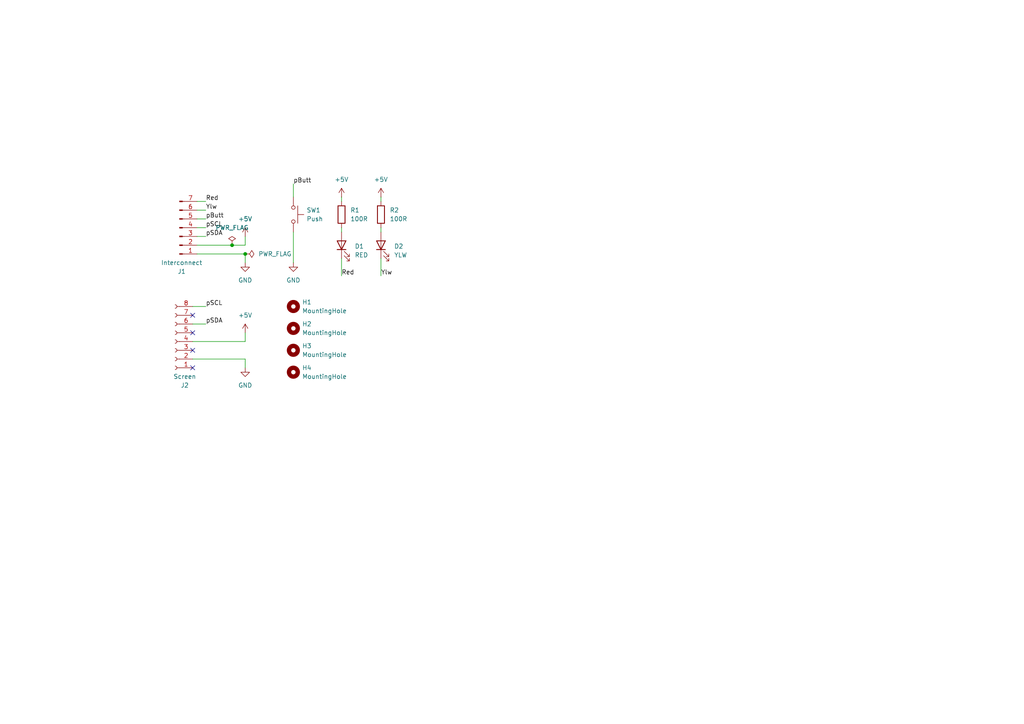
<source format=kicad_sch>
(kicad_sch (version 20250114) (generator "eeschema") (generator_version "9.0")
  (paper "A4")
  (lib_symbols
    (symbol "Connector:Conn_01x07_Pin" (pin_names (offset 1.016) (hide yes))
      (property "Reference" "J" (at 0 10.16 0))
      (property "Value" "Conn_01x07_Pin" (at 0 -10.16 0))
      (symbol "Conn_01x07_Pin_1_1"
        (rectangle (start 0.8636 7.747) (end 0 7.493) (stroke (width 0.1524)) (fill (type outline)))
        (rectangle (start 0.8636 5.207) (end 0 4.953) (stroke (width 0.1524)) (fill (type outline)))
        (rectangle (start 0.8636 2.667) (end 0 2.413) (stroke (width 0.1524)) (fill (type outline)))
        (rectangle (start 0.8636 0.127) (end 0 -0.127) (stroke (width 0.1524)) (fill (type outline)))
        (rectangle (start 0.8636 -2.413) (end 0 -2.667) (stroke (width 0.1524)) (fill (type outline)))
        (rectangle (start 0.8636 -4.953) (end 0 -5.207) (stroke (width 0.1524)) (fill (type outline)))
        (rectangle (start 0.8636 -7.493) (end 0 -7.747) (stroke (width 0.1524)) (fill (type outline)))
        (polyline (pts (xy 1.27 7.62) (xy 0.8636 7.62)) (stroke (width 0.1524)))
        (polyline (pts (xy 1.27 5.08) (xy 0.8636 5.08)) (stroke (width 0.1524)))
        (polyline (pts (xy 1.27 2.54) (xy 0.8636 2.54)) (stroke (width 0.1524)))
        (polyline (pts (xy 1.27 0) (xy 0.8636 0)) (stroke (width 0.1524)))
        (polyline (pts (xy 1.27 -2.54) (xy 0.8636 -2.54)) (stroke (width 0.1524)))
        (polyline (pts (xy 1.27 -5.08) (xy 0.8636 -5.08)) (stroke (width 0.1524)))
        (polyline (pts (xy 1.27 -7.62) (xy 0.8636 -7.62)) (stroke (width 0.1524)))
        (pin passive line (at 5.08 7.62 180) (length 3.81) (name "Pin_1") (number "1"))
        (pin passive line (at 5.08 5.08 180) (length 3.81) (name "Pin_2") (number "2"))
        (pin passive line (at 5.08 2.54 180) (length 3.81) (name "Pin_3") (number "3"))
        (pin passive line (at 5.08 0 180) (length 3.81) (name "Pin_4") (number "4"))
        (pin passive line (at 5.08 -2.54 180) (length 3.81) (name "Pin_5") (number "5"))
        (pin passive line (at 5.08 -5.08 180) (length 3.81) (name "Pin_6") (number "6"))
        (pin passive line (at 5.08 -7.62 180) (length 3.81) (name "Pin_7") (number "7"))
      )
    )
    (symbol "Connector:Conn_01x08_Socket" (pin_names (offset 1.016) (hide yes))
      (property "Reference" "J" (at 0 10.16 0))
      (property "Value" "Conn_01x08_Socket" (at 0 -12.7 0))
      (symbol "Conn_01x08_Socket_1_1"
        (polyline (pts (xy -1.27 7.62) (xy -0.508 7.62)) (stroke (width 0.1524)))
        (polyline (pts (xy -1.27 5.08) (xy -0.508 5.08)) (stroke (width 0.1524)))
        (polyline (pts (xy -1.27 2.54) (xy -0.508 2.54)) (stroke (width 0.1524)))
        (polyline (pts (xy -1.27 0) (xy -0.508 0)) (stroke (width 0.1524)))
        (polyline (pts (xy -1.27 -2.54) (xy -0.508 -2.54)) (stroke (width 0.1524)))
        (polyline (pts (xy -1.27 -5.08) (xy -0.508 -5.08)) (stroke (width 0.1524)))
        (polyline (pts (xy -1.27 -7.62) (xy -0.508 -7.62)) (stroke (width 0.1524)))
        (polyline (pts (xy -1.27 -10.16) (xy -0.508 -10.16)) (stroke (width 0.1524)))
        (arc (start 0 7.112) (mid -0.5058 7.62) (end 0 8.128) (stroke (width 0.1524)))
        (arc (start 0 4.572) (mid -0.5058 5.08) (end 0 5.588) (stroke (width 0.1524)))
        (arc (start 0 2.032) (mid -0.5058 2.54) (end 0 3.048) (stroke (width 0.1524)))
        (arc (start 0 -0.508) (mid -0.5058 0) (end 0 0.508) (stroke (width 0.1524)))
        (arc (start 0 -3.048) (mid -0.5058 -2.54) (end 0 -2.032) (stroke (width 0.1524)))
        (arc (start 0 -5.588) (mid -0.5058 -5.08) (end 0 -4.572) (stroke (width 0.1524)))
        (arc (start 0 -8.128) (mid -0.5058 -7.62) (end 0 -7.112) (stroke (width 0.1524)))
        (arc (start 0 -10.668) (mid -0.5058 -10.16) (end 0 -9.652) (stroke (width 0.1524)))
        (pin passive line (at -5.08 7.62 0) (length 3.81) (name "Pin_1") (number "1"))
        (pin passive line (at -5.08 5.08 0) (length 3.81) (name "Pin_2") (number "2"))
        (pin passive line (at -5.08 2.54 0) (length 3.81) (name "Pin_3") (number "3"))
        (pin passive line (at -5.08 0 0) (length 3.81) (name "Pin_4") (number "4"))
        (pin passive line (at -5.08 -2.54 0) (length 3.81) (name "Pin_5") (number "5"))
        (pin passive line (at -5.08 -5.08 0) (length 3.81) (name "Pin_6") (number "6"))
        (pin passive line (at -5.08 -7.62 0) (length 3.81) (name "Pin_7") (number "7"))
        (pin passive line (at -5.08 -10.16 0) (length 3.81) (name "Pin_8") (number "8"))
      )
    )
    (symbol "Device:R" (pin_numbers (hide yes)) (pin_names (offset 0))
      (property "Reference" "R" (at 2.032 0 90))
      (property "Value" "R" (at 0 0 90))
      (symbol "R_0_1"
        (rectangle (start -1.016 -2.54) (end 1.016 2.54) (stroke (width 0.254)))
      )
      (symbol "R_1_1"
        (pin passive line (at 0 3.81 270) (length 1.27) (name "~") (number "1"))
        (pin passive line (at 0 -3.81 90) (length 1.27) (name "~") (number "2"))
      )
    )
    (symbol "Mechanical:MountingHole" (pin_names (offset 1.016)) (in_bom no)
      (property "Reference" "H" (at 0 5.08 0))
      (property "Value" "MountingHole" (at 0 3.175 0))
      (symbol "MountingHole_0_1"
        (circle (center 0 0) (radius 1.27) (stroke (width 1.27)))
      )
    )
    (symbol "SparkFun-LED:LED" (pin_numbers (hide yes)) (pin_names (offset 1.016) (hide yes))
      (property "Reference" "D" (at 0 2.54 0))
      (property "Value" "LED" (at 0 -2.54 0))
      (symbol "LED_0_1"
        (polyline (pts (xy -3.048 -0.762) (xy -4.572 -2.286) (xy -3.81 -2.286) (xy -4.572 -2.286) (xy -4.572 -1.524)))
        (polyline (pts (xy -1.778 -0.762) (xy -3.302 -2.286) (xy -2.54 -2.286) (xy -3.302 -2.286) (xy -3.302 -1.524)))
        (polyline (pts (xy -1.27 0) (xy 1.27 0)))
        (polyline (pts (xy -1.27 -1.27) (xy -1.27 1.27)) (stroke (width 0.254)))
        (polyline (pts (xy 1.27 -1.27) (xy 1.27 1.27) (xy -1.27 0) (xy 1.27 -1.27)) (stroke (width 0.254)))
      )
      (symbol "LED_1_1"
        (pin passive line (at -3.81 0 0) (length 2.54) (name "K") (number "1"))
        (pin passive line (at 3.81 0 180) (length 2.54) (name "A") (number "2"))
      )
    )
    (symbol "Switch:SW_Push" (pin_numbers (hide yes)) (pin_names (offset 1.016) (hide yes))
      (property "Reference" "SW" (at 1.27 2.54 0))
      (property "Value" "SW_Push" (at 0 -1.524 0))
      (symbol "SW_Push_0_1"
        (circle (center -2.032 0) (radius 0.508))
        (polyline (pts (xy 0 1.27) (xy 0 3.048)))
        (circle (center 2.032 0) (radius 0.508))
        (polyline (pts (xy 2.54 1.27) (xy -2.54 1.27)))
        (pin passive line (at -5.08 0 0) (length 2.54) (name "1") (number "1"))
        (pin passive line (at 5.08 0 180) (length 2.54) (name "2") (number "2"))
      )
    )
    (symbol "power:+5V" (power) (pin_numbers (hide yes)) (pin_names (offset 0) (hide yes))
      (property "Value" "+5V" (at 0 3.556 0))
      (symbol "+5V_0_1"
        (polyline (pts (xy -0.762 1.27) (xy 0 2.54)))
        (polyline (pts (xy 0 2.54) (xy 0.762 1.27)))
        (polyline (pts (xy 0 0) (xy 0 2.54)))
      )
      (symbol "+5V_1_1"
        (pin power_in line (at 0 0 90) (length 0) (name "~") (number "1"))
      )
    )
    (symbol "power:GND" (power) (pin_numbers (hide yes)) (pin_names (offset 0) (hide yes))
      (property "Value" "GND" (at 0 -3.81 0))
      (symbol "GND_0_1"
        (polyline (pts (xy 0 0) (xy 0 -1.27) (xy 1.27 -1.27) (xy 0 -2.54) (xy -1.27 -1.27) (xy 0 -1.27)))
      )
      (symbol "GND_1_1"
        (pin power_in line (at 0 0 270) (length 0) (name "~") (number "1"))
      )
    )
    (symbol "power:PWR_FLAG" (power) (pin_numbers (hide yes)) (pin_names (offset 0) (hide yes))
      (property "Value" "PWR_FLAG" (at 0 3.81 0))
      (symbol "PWR_FLAG_0_0"
        (pin power_out line (at 0 0 90) (length 0) (name "~") (number "1"))
      )
      (symbol "PWR_FLAG_0_1"
        (polyline (pts (xy 0 0) (xy 0 1.27) (xy -1.016 1.905) (xy 0 2.54) (xy 1.016 1.905) (xy 0 1.27)))
      )
    )
  )
  (junction (at 71.12 73.66))
  (junction (at 67.31 71.12))
  (no_connect (at 55.88 96.52))
  (no_connect (at 55.88 101.6))
  (no_connect (at 55.88 106.68))
  (no_connect (at 55.88 91.44))
  (wire (pts (xy 71.12 71.12) (xy 67.31 71.12)))
  (wire (pts (xy 99.06 74.93) (xy 99.06 80.01)))
  (wire (pts (xy 99.06 66.04) (xy 99.06 67.31)))
  (wire (pts (xy 57.15 63.5) (xy 59.69 63.5)))
  (wire (pts (xy 71.12 96.52) (xy 71.12 99.06)))
  (wire (pts (xy 110.49 66.04) (xy 110.49 67.31)))
  (wire (pts (xy 57.15 68.58) (xy 59.69 68.58)))
  (wire (pts (xy 55.88 93.98) (xy 59.69 93.98)))
  (wire (pts (xy 55.88 88.9) (xy 59.69 88.9)))
  (wire (pts (xy 57.15 58.42) (xy 59.69 58.42)))
  (wire (pts (xy 57.15 66.04) (xy 59.69 66.04)))
  (wire (pts (xy 110.49 57.15) (xy 110.49 58.42)))
  (wire (pts (xy 71.12 73.66) (xy 71.12 76.2)))
  (wire (pts (xy 71.12 104.14) (xy 71.12 106.68)))
  (wire (pts (xy 99.06 57.15) (xy 99.06 58.42)))
  (wire (pts (xy 55.88 104.14) (xy 71.12 104.14)))
  (wire (pts (xy 67.31 71.12) (xy 57.15 71.12)))
  (wire (pts (xy 85.09 67.31) (xy 85.09 76.2)))
  (wire (pts (xy 110.49 80.01) (xy 110.49 74.93)))
  (wire (pts (xy 71.12 73.66) (xy 57.15 73.66)))
  (wire (pts (xy 57.15 60.96) (xy 59.69 60.96)))
  (wire (pts (xy 55.88 99.06) (xy 71.12 99.06)))
  (wire (pts (xy 71.12 68.58) (xy 71.12 71.12)))
  (wire (pts (xy 85.09 53.34) (xy 85.09 57.15)))
  (label "pButt" (at 59.69 63.5 0))
  (label "pSDA" (at 59.69 93.98 0))
  (label "pSDA" (at 59.69 68.58 0))
  (label "Ylw" (at 59.69 60.96 0))
  (label "pSCL" (at 59.69 88.9 0))
  (label "Red" (at 99.06 80.01 0))
  (label "pSCL" (at 59.69 66.04 0))
  (label "Ylw" (at 110.49 80.01 0))
  (label "Red" (at 59.69 58.42 0))
  (label "pButt" (at 85.09 53.34 0))
  (symbol (lib_id "Connector:Conn_01x07_Pin") (at 52.07 66.04 0) (mirror x) (unit 1)
    (property "Reference" "J1" (at 52.705 78.74 0))
    (property "Value" "Interconnect" (at 52.705 76.2 0))
    (property "Footprint" "Connector_JST:JST_XH_S7B-XH-A_1x07_P2.50mm_Horizontal" (effects (hide yes)))
    (property "Description" "Generic connector, single row, 01x07, script generated" (effects (hide yes)))
  )
  (symbol (lib_id "Switch:SW_Push") (at 85.09 62.23 270) (mirror x) (unit 1)
    (property "Reference" "SW1" (at 88.9 60.9599 90) (effects (justify left)))
    (property "Value" "Push" (at 88.9 63.4999 90) (effects (justify left)))
    (property "Footprint" "Halojen-Footprints:Push_Button_PTS641-S-K-31" (effects (hide yes)))
    (property "Description" "Push button switch, generic, two pins" (effects (hide yes)))
  )
  (symbol (lib_id "Device:R") (at 99.06 62.23 0) (unit 1)
    (property "Reference" "R1" (at 101.6 60.9599 0) (effects (justify left)))
    (property "Value" "100R" (at 101.6 63.4999 0) (effects (justify left)))
    (property "Footprint" "Resistor_SMD:R_1206_3216Metric" (effects (hide yes)))
    (property "Description" "Resistor" (effects (hide yes)))
  )
  (symbol (lib_id "power:PWR_FLAG") (at 67.31 71.12 0) (unit 1)
    (property "Reference" "#FLG01" (effects (hide yes)))
    (property "Value" "PWR_FLAG" (at 67.31 66.04 0))
    (property "Description" "Special symbol for telling ERC where power comes from" (effects (hide yes)))
  )
  (symbol (lib_id "power:+5V") (at 71.12 68.58 0) (unit 1)
    (property "Reference" "#PWR01" (effects (hide yes)))
    (property "Value" "+5V" (at 71.12 63.5 0))
    (property "Description" "Power symbol creates a global label with name \"+5V\"" (effects (hide yes)))
  )
  (symbol (lib_id "Mechanical:MountingHole") (at 85.09 107.95 0) (unit 1) (in_bom no)
    (property "Reference" "H4" (at 87.63 106.6799 0) (effects (justify left)))
    (property "Value" "MountingHole" (at 87.63 109.2199 0) (effects (justify left)))
    (property "Footprint" "MountingHole:MountingHole_2.2mm_M2" (effects (hide yes)))
    (property "Description" "Mounting Hole without connection" (effects (hide yes)))
  )
  (symbol (lib_id "power:GND") (at 71.12 106.68 0) (unit 1)
    (property "Reference" "#PWR04" (effects (hide yes)))
    (property "Value" "GND" (at 71.12 111.76 0))
    (property "Description" "Power symbol creates a global label with name \"GND\" , ground" (effects (hide yes)))
  )
  (symbol (lib_id "Mechanical:MountingHole") (at 85.09 88.9 0) (unit 1) (in_bom no)
    (property "Reference" "H1" (at 87.63 87.6299 0) (effects (justify left)))
    (property "Value" "MountingHole" (at 87.63 90.1699 0) (effects (justify left)))
    (property "Footprint" "MountingHole:MountingHole_2.2mm_M2" (effects (hide yes)))
    (property "Description" "Mounting Hole without connection" (effects (hide yes)))
  )
  (symbol (lib_id "power:+5V") (at 110.49 57.15 0) (unit 1)
    (property "Reference" "#PWR07" (effects (hide yes)))
    (property "Value" "+5V" (at 110.49 52.07 0))
    (property "Description" "Power symbol creates a global label with name \"+5V\"" (effects (hide yes)))
  )
  (symbol (lib_id "power:GND") (at 71.12 76.2 0) (unit 1)
    (property "Reference" "#PWR02" (effects (hide yes)))
    (property "Value" "GND" (at 71.12 81.28 0))
    (property "Description" "Power symbol creates a global label with name \"GND\" , ground" (effects (hide yes)))
  )
  (symbol (lib_id "Device:R") (at 110.49 62.23 0) (unit 1)
    (property "Reference" "R2" (at 113.03 60.9599 0) (effects (justify left)))
    (property "Value" "100R" (at 113.03 63.4999 0) (effects (justify left)))
    (property "Footprint" "Resistor_SMD:R_1206_3216Metric" (effects (hide yes)))
    (property "Description" "Resistor" (effects (hide yes)))
  )
  (symbol (lib_id "Mechanical:MountingHole") (at 85.09 101.6 0) (unit 1) (in_bom no)
    (property "Reference" "H3" (at 87.63 100.3299 0) (effects (justify left)))
    (property "Value" "MountingHole" (at 87.63 102.8699 0) (effects (justify left)))
    (property "Footprint" "MountingHole:MountingHole_2.2mm_M2" (effects (hide yes)))
    (property "Description" "Mounting Hole without connection" (effects (hide yes)))
  )
  (symbol (lib_id "Mechanical:MountingHole") (at 85.09 95.25 0) (unit 1) (in_bom no)
    (property "Reference" "H2" (at 87.63 93.9799 0) (effects (justify left)))
    (property "Value" "MountingHole" (at 87.63 96.5199 0) (effects (justify left)))
    (property "Footprint" "MountingHole:MountingHole_2.2mm_M2" (effects (hide yes)))
    (property "Description" "Mounting Hole without connection" (effects (hide yes)))
  )
  (symbol (lib_id "power:+5V") (at 99.06 57.15 0) (unit 1)
    (property "Reference" "#PWR06" (effects (hide yes)))
    (property "Value" "+5V" (at 99.06 52.07 0))
    (property "Description" "Power symbol creates a global label with name \"+5V\"" (effects (hide yes)))
  )
  (symbol (lib_id "SparkFun-LED:LED") (at 99.06 71.12 90) (unit 1)
    (property "Reference" "D1" (at 102.87 71.4374 90) (effects (justify right)))
    (property "Value" "RED" (at 102.87 73.9774 90) (effects (justify right)))
    (property "Footprint" "Halojen-Footprints:LED_D3.0mm_Clear_Flush" (effects (hide yes)))
    (property "Description" "Light emitting diode" (effects (hide yes)))
    (property "PROD_ID" "LED-" (effects (hide yes)))
  )
  (symbol (lib_id "Connector:Conn_01x08_Socket") (at 50.8 99.06 180) (unit 1)
    (property "Reference" "J2" (at 53.594 111.76 0))
    (property "Value" "Screen" (at 53.594 109.22 0))
    (property "Footprint" "Halojen-Footprints:SAMTEC_HLE-104-02-F-DV-BE" (effects (hide yes)))
    (property "Description" "Generic connector, single row, 01x08, script generated" (effects (hide yes)))
    (property "MANUFACTURER" "SAMTEC" (effects (hide yes)))
  )
  (symbol (lib_id "power:+5V") (at 71.12 96.52 0) (unit 1)
    (property "Reference" "#PWR03" (effects (hide yes)))
    (property "Value" "+5V" (at 71.12 91.44 0))
    (property "Description" "Power symbol creates a global label with name \"+5V\"" (effects (hide yes)))
  )
  (symbol (lib_id "power:GND") (at 85.09 76.2 0) (unit 1)
    (property "Reference" "#PWR05" (effects (hide yes)))
    (property "Value" "GND" (at 85.09 81.28 0))
    (property "Description" "Power symbol creates a global label with name \"GND\" , ground" (effects (hide yes)))
  )
  (symbol (lib_id "SparkFun-LED:LED") (at 110.49 71.12 90) (unit 1)
    (property "Reference" "D2" (at 114.3 71.4374 90) (effects (justify right)))
    (property "Value" "YLW" (at 114.3 73.9774 90) (effects (justify right)))
    (property "Footprint" "Halojen-Footprints:LED_D3.0mm_Clear_Flush" (effects (hide yes)))
    (property "Description" "Light emitting diode" (effects (hide yes)))
    (property "PROD_ID" "LED-" (effects (hide yes)))
  )
  (symbol (lib_id "power:PWR_FLAG") (at 71.12 73.66 270) (unit 1)
    (property "Reference" "#FLG02" (effects (hide yes)))
    (property "Value" "PWR_FLAG" (at 74.93 73.6599 90) (effects (justify left)))
    (property "Description" "Special symbol for telling ERC where power comes from" (effects (hide yes)))
  )
)
</source>
